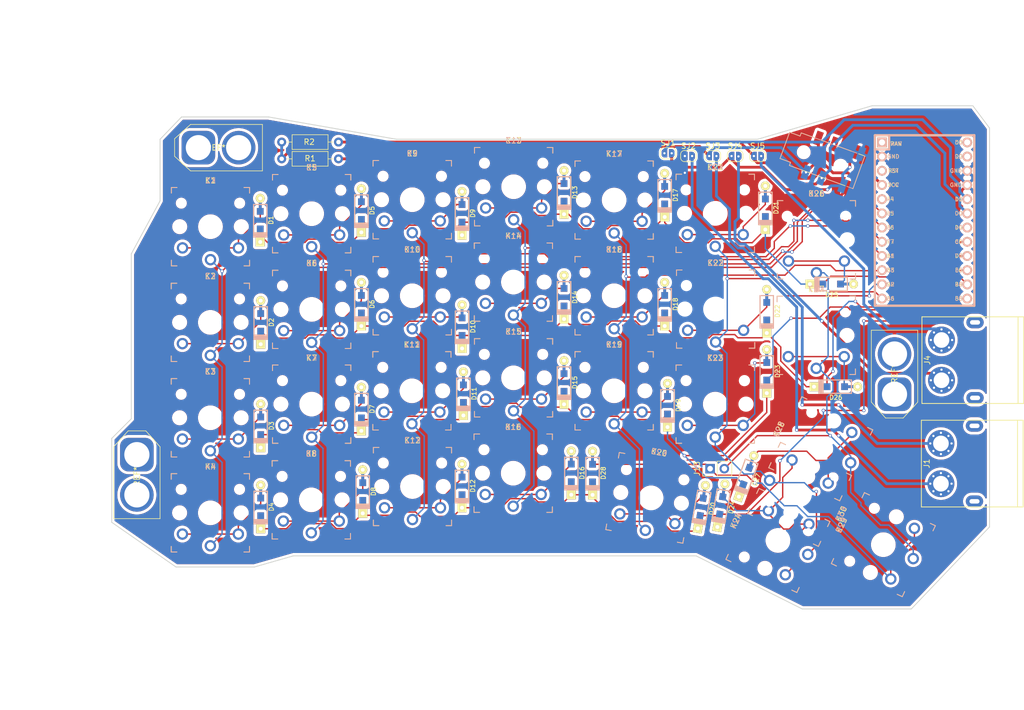
<source format=kicad_pcb>
(kicad_pcb (version 20211014) (generator pcbnew)
  (layers (0 "F.Cu" signal) (31 "B.Cu" signal) (34 "B.Paste" user) (35 "F.Paste" user) (36 "B.SilkS" user "B.Silkscreen") (37 "F.SilkS" user "F.Silkscreen") (38 "B.Mask" user) (39 "F.Mask" user) (44 "Edge.Cuts" user))
  (net 0 "")
  (net 1 "row0")
  (net 2 "Net-(D1-Pad2)")
  (net 3 "row1")
  (net 4 "Net-(D2-Pad2)")
  (net 5 "row2")
  (net 6 "Net-(D3-Pad2)")
  (net 7 "row3")
  (net 8 "Net-(D4-Pad2)")
  (net 9 "Net-(D5-Pad2)")
  (net 10 "Net-(D6-Pad2)")
  (net 11 "Net-(D7-Pad2)")
  (net 12 "Net-(D8-Pad2)")
  (net 13 "Net-(D9-Pad2)")
  (net 14 "Net-(D10-Pad2)")
  (net 15 "Net-(D11-Pad2)")
  (net 16 "Net-(D12-Pad2)")
  (net 17 "Net-(D13-Pad2)")
  (net 18 "Net-(D14-Pad2)")
  (net 19 "Net-(D15-Pad2)")
  (net 20 "Net-(D16-Pad2)")
  (net 21 "Net-(D17-Pad2)")
  (net 22 "Net-(D18-Pad2)")
  (net 23 "Net-(D19-Pad2)")
  (net 24 "Net-(D20-Pad2)")
  (net 25 "Net-(D21-Pad2)")
  (net 26 "Net-(D22-Pad2)")
  (net 27 "Net-(D23-Pad2)")
  (net 28 "Net-(D24-Pad2)")
  (net 29 "Net-(D25-Pad2)")
  (net 30 "Net-(D26-Pad2)")
  (net 31 "Net-(D27-Pad2)")
  (net 32 "VCC")
  (net 33 "ws2812di")
  (net 34 "GND")
  (net 35 "sda")
  (net 36 "scl")
  (net 37 "col0")
  (net 38 "col1")
  (net 39 "col2")
  (net 40 "col6")
  (net 41 "SCK")
  (net 42 "MISO")
  (net 43 "MOSI")
  (net 44 "RESET")
  (net 45 "sdaPM")
  (net 46 "RX")
  (net 47 "Net-(D28-Pad2)")
  (net 48 "/RAW")
  (net 49 "backlight")
  (net 52 "Net-(J1-Pad2)")
  (net 53 "Net-(J1-Pad1)")
  (net 54 "Net-(J4-Pad2)")
  (net 55 "Net-(J4-Pad1)")
  (footprint "footprints:D_SOD123_axial-dual" (layer "F.Cu") (at 97.345 64.77 90)
    (fp_text reference "D1")
    (fp_text value "D" hide)
  )
  (footprint "footprints:D_SOD123_axial-dual" (layer "F.Cu") (at 97.424884 83.05551 90)
    (fp_text reference "D2")
    (fp_text value "D" hide)
  )
  (footprint "footprints:D_SOD123_axial-dual" (layer "F.Cu") (at 97.424884 101.55551 90)
    (fp_text reference "D3")
    (fp_text value "D" hide)
  )
  (footprint "footprints:D_SOD123_axial-dual" (layer "F.Cu") (at 97.424884 116.05551 90)
    (fp_text reference "D4")
    (fp_text value "D" hide)
  )
  (footprint "footprints:D_SOD123_axial-dual" (layer "F.Cu") (at 115.424884 63.05551 90)
    (fp_text reference "D5")
    (fp_text value "D" hide)
  )
  (footprint "footprints:D_SOD123_axial-dual" (layer "F.Cu") (at 115.424884 79.80551 90)
    (fp_text reference "D6")
    (fp_text value "D" hide)
  )
  (footprint "footprints:D_SOD123_axial-dual" (layer "F.Cu") (at 115.424884 98.55551 90)
    (fp_text reference "D7")
    (fp_text value "D" hide)
  )
  (footprint "footprints:D_SOD123_axial-dual" (layer "F.Cu") (at 115.674884 113.30551 90)
    (fp_text reference "D8")
    (fp_text value "D" hide)
  )
  (footprint "footprints:D_SOD123_axial-dual" (layer "F.Cu") (at 133.424884 63.55551 90)
    (fp_text reference "D9")
    (fp_text value "D" hide)
  )
  (footprint "footprints:D_SOD123_axial-dual" (layer "F.Cu") (at 133.445 83.82 90)
    (fp_text reference "D10")
    (fp_text value "D" hide)
  )
  (footprint "footprints:D_SOD123_axial-dual" (layer "F.Cu") (at 133.674884 95.80551 90)
    (fp_text reference "D11")
    (fp_text value "D" hide)
  )
  (footprint "footprints:D_SOD123_axial-dual" (layer "F.Cu") (at 133.424884 112.30551 90)
    (fp_text reference "D12")
    (fp_text value "D" hide)
  )
  (footprint "footprints:D_SOD123_axial-dual" (layer "F.Cu") (at 151.674884 59.807198 90)
    (fp_text reference "D13")
    (fp_text value "D" hide)
  )
  (footprint "footprints:D_SOD123_axial-dual" (layer "F.Cu") (at 151.674884 78.55551 90)
    (fp_text reference "D14")
    (fp_text value "D" hide)
  )
  (footprint "footprints:D_SOD123_axial-dual" (layer "F.Cu") (at 151.674884 93.80551 90)
    (fp_text reference "D15")
    (fp_text value "D" hide)
  )
  (footprint "footprints:D_SOD123_axial-dual" (layer "F.Cu") (at 152.967978 109.982199 90)
    (fp_text reference "D16")
    (fp_text value "D" hide)
  )
  (footprint "footprints:D_SOD123_axial-dual" (layer "F.Cu") (at 169.674884 60.30551 90)
    (fp_text reference "D17")
    (fp_text value "D" hide)
  )
  (footprint "footprints:D_SOD123_axial-dual" (layer "F.Cu") (at 169.674884 79.80551 90)
    (fp_text reference "D18")
    (fp_text value "D" hide)
  )
  (footprint "footprints:D_SOD123_axial-dual" (layer "F.Cu") (at 170.18 97.88 90)
    (fp_text reference "D19")
    (fp_text value "D" hide)
  )
  (footprint "footprints:D_SOD123_axial-dual" (layer "F.Cu") (at 176.277978 116.057198 80)
    (fp_text reference "D20")
    (fp_text value "D" hide)
  )
  (footprint "footprints:D_SOD123_axial-dual" (layer "F.Cu") (at 187.674884 62.55551 90)
    (fp_text reference "D21")
    (fp_text value "D" hide)
  )
  (footprint "footprints:D_SOD123_axial-dual" (layer "F.Cu") (at 187.924884 81.05551 90)
    (fp_text reference "D22")
    (fp_text value "D" hide)
  )
  (footprint "footprints:D_SOD123_axial-dual" (layer "F.Cu") (at 187.924884 91.807198 90)
    (fp_text reference "D23")
    (fp_text value "D" hide)
  )
  (footprint "footprints:D_SOD123_axial-dual" (layer "F.Cu") (at 179.777978 115.807198 80)
    (fp_text reference "D24")
    (fp_text value "D" hide)
  )
  (footprint "footprints:D_SOD123_axial-dual" (layer "F.Cu") (at 199.55 76.2)
    (fp_text reference "D25")
    (fp_text value "D" hide)
  )
  (footprint "footprints:D_SOD123_axial-dual" (layer "F.Cu") (at 200.277978 94.557198)
    (fp_text reference "D26")
    (fp_text value "D" hide)
  )
  (footprint "footprints:D_SOD123_axial-dual" (layer "F.Cu") (at 184.277978 110.557198 70)
    (fp_text reference "D27")
    (fp_text value "D" hide)
  )
  (footprint "Connectors:PJ320D_3.5mm_Jack" (layer "F.Cu") (at 199.027771 54.262083 -20)
    (fp_text reference "J2" hide)
    (fp_text value "Audio-Jack-4" hide)
  )
  (footprint "footprints:Pro_Micro" (layer "F.Cu") (at 216.157978 63.307198)
    (fp_text reference "U1")
    (fp_text value "ProMicro" hide)
  )
  (footprint "Resistors_THT:R_Axial_DIN0207_L6.3mm_D2.5mm_P10.16mm_Horizontal" (layer "F.Cu") (at 101.177978 53.807198)
    (fp_text reference "R1")
    (fp_text value "4.7k")
  )
  (footprint "Resistors_THT:R_Axial_DIN0207_L6.3mm_D2.5mm_P10.16mm_Horizontal" (layer "F.Cu") (at 101.177978 50.807198)
    (fp_text reference "R2")
    (fp_text value "4.7k")
  )
  (footprint "Switches:SolderJumper-Double-2_P1.3mm_Open_RoundedPad1.0x1.5mm" (layer "F.Cu") (at 170.277978 52.807198)
    (fp_text reference "SJ1")
    (fp_text value "SOLDER_JUMPER")
  )
  (footprint "footprints:D_SOD123_axial-dual" (layer "F.Cu") (at 156.777978 110.007198 90)
    (fp_text reference "D28")
    (fp_text value "D" hide)
  )
  (footprint "Pin_Headers:Pin_Header_Straight_1x02_Pitch2.54mm" (layer "F.Cu") (at 177.8 109.22 90)
    (fp_text reference "J13")
    (fp_text value "Conn_01x02")
  )
  (footprint "keyswitches:SW_PG1350_reversible" (layer "F.Cu") (at 88.444288 65.937314)
    (fp_text reference "K1")
    (fp_text value "KEYSW")
  )
  (footprint "keyswitches:SW_PG1350_reversible" (layer "F.Cu") (at 88.424884 83.05551)
    (fp_text reference "K2")
    (fp_text value "KEYSW")
  )
  (footprint "keyswitches:SW_PG1350_reversible" (layer "F.Cu") (at 88.424884 100.115332)
    (fp_text reference "K3")
    (fp_text value "KEYSW")
  )
  (footprint "keyswitches:SW_PG1350_reversible" (layer "F.Cu") (at 88.424884 117.114736)
    (fp_text reference "K4")
    (fp_text value "KEYSW")
  )
  (footprint "keyswitches:SW_PG1350_reversible" (layer "F.Cu") (at 106.536582 63.615332)
    (fp_text reference "K5")
    (fp_text value "KEYSW")
  )
  (footprint "keyswitches:SW_PG1350_reversible" (layer "F.Cu") (at 106.536582 80.733528)
    (fp_text reference "K6")
    (fp_text value "KEYSW")
  )
  (footprint "keyswitches:SW_PG1350_reversible" (layer "F.Cu") (at 106.536582 97.674274)
    (fp_text reference "K7")
    (fp_text value "KEYSW")
  )
  (footprint "keyswitches:SW_PG1350_reversible" (layer "F.Cu") (at 106.477044 114.792754)
    (fp_text reference "K8")
    (fp_text value "KEYSW")
  )
  (footprint "keyswitches:SW_PG1350_reversible" (layer "F.Cu") (at 124.529204 61.114736)
    (fp_text reference "K9")
    (fp_text value "KEYSW")
  )
  (footprint "keyswitches:SW_PG1350_reversible" (layer "F.Cu") (at 124.529204 78.29247)
    (fp_text reference "K10")
    (fp_text value "KEYSW")
  )
  (footprint "keyswitches:SW_PG1350_reversible" (layer "F.Cu") (at 124.469666 95.292754)
    (fp_text reference "K11")
    (fp_text value "KEYSW")
  )
  (footprint "keyswitches:SW_PG1350_reversible" (layer "F.Cu") (at 124.569472 112.411234)
    (fp_text reference "K12")
    (fp_text value "KEYSW")
  )
  (footprint "keyswitches:SW_PG1350_reversible" (layer "F.Cu") (at 142.660172 58.792754)
    (fp_text reference "K13")
    (fp_text value "KEYSW")
  )
  (footprint "keyswitches:SW_PG1350_reversible" (layer "F.Cu") (at 142.621632 75.851412)
    (fp_text reference "K14")
    (fp_text value "KEYSW")
  )
  (footprint "keyswitches:SW_PG1350_reversible" (layer "F.Cu") (at 142.640902 92.970772)
    (fp_text reference "K15")
    (fp_text value "KEYSW")
  )
  (footprint "keyswitches:SW_PG1350_reversible" (layer "F.Cu") (at 142.581364 110.029714)
    (fp_text reference "K16")
    (fp_text value "KEYSW")
  )
  (footprint "keyswitches:SW_PG1350_reversible" (layer "F.Cu") (at 160.633524 61.174274)
    (fp_text reference "K17")
    (fp_text value "KEYSW")
  )
  (footprint "keyswitches:SW_PG1350_reversible" (layer "F.Cu") (at 160.633524 78.29247)
    (fp_text reference "K18")
    (fp_text value "KEYSW")
  )
  (footprint "keyswitches:SW_PG1350_reversible" (layer "F.Cu") (at 160.633524 95.292754)
    (fp_text reference "K19")
    (fp_text value "KEYSW")
  )
  (footprint "keyswitches:SW_PG1350_reversible" (layer "F.Cu") (at 167.242242 114.435526 -10)
    (fp_text reference "K20")
    (fp_text value "KEYSW")
  )
  (footprint "keyswitches:SW_PG1350_reversible" (layer "F.Cu") (at 178.71844 63.555794)
    (fp_text reference "K21")
    (fp_text value "KEYSW")
  )
  (footprint "keyswitches:SW_PG1350_reversible" (layer "F.Cu") (at 178.777978 80.67399)
    (fp_text reference "K22")
    (fp_text value "KEYSW")
  )
  (footprint "keyswitches:SW_PG1350_reversible" (layer "F.Cu") (at 178.71844 97.674274)
    (fp_text reference "K23")
    (fp_text value "KEYSW")
  )
  (footprint "keyswitches:SW_PG1350_reversible" (layer "F.Cu") (at 189.922378 122.057275 65)
    (fp_text reference "K24")
    (fp_text value "KEYSW")
  )
  (footprint "keyswitches:SW_PG1350_reversible" (layer "F.Cu") (at 196.818112 68.286256)
    (fp_text reference "K26")
    (fp_text value "KEYSW")
  )
  (footprint "keyswitches:SW_PG1350_reversible" (layer "F.Cu") (at 196.777978 85.377492)
    (fp_text reference "K27")
    (fp_text value "KEYSW")
  )
  (footprint "keyswitches:SW_PG1350_reversible" (layer "F.Cu") (at 197.58527 105.658818 65)
    (fp_text reference "K28")
    (fp_text value "KEYSW")
  )
  (footprint "Switches:SolderJumper-Double-2_P1.3mm_Open_RoundedPad1.0x1.5mm" (layer "F.Cu") (at 173.927978 53.307198)
    (fp_text reference "SJ2")
    (fp_text value "SOLDER_JUMPER")
  )
  (footprint "Connector_AMASS:AMASS_XT60-F_1x02_P7.20mm_Vertical" (layer "F.Cu") (at 86.277978 51.807198)
    (fp_text reference "REF**")
    (fp_text value "AMASS_XT60-F_1x02_P7.20mm_Vertical")
  )
  (footprint "Connector_AMASS:AMASS_XT60-F_1x02_P7.20mm_Vertical" (layer "F.Cu") (at 75.277978 106.707198 -90)
    (fp_text reference "REF**")
    (fp_text value "AMASS_XT60-F_1x02_P7.20mm_Vertical")
  )
  (footprint "Switches:SolderJumper-Double-2_P1.3mm_Open_RoundedPad1.0x1.5mm" (layer "F.Cu") (at 178.277978 53.307198)
    (fp_text reference "SJ3")
    (fp_text value "SOLDER_JUMPER")
  )
  (footprint "keyswitches:XT60PW" (layer "F.Cu") (at 219.077978 108.307198 -90)
    (fp_text reference "J1")
    (fp_text value "Conn_01x02")
  )
  (footprint "keyswitches:XT60PW" (layer "F.Cu") (at 219.177978 89.807198 -90)
    (fp_text reference "J4")
    (fp_text value "Conn_01x02")
  )
  (footprint "keyswitches:SW_PG1350_reversible" (layer "F.Cu") (at 193.777978 113.807198 -115)
    (fp_text reference "K30")
    (fp_text value "KEYSW")
  )
  (footprint "Switches:SolderJumper-Double-2_P1.3mm_Open_RoundedPad1.0x1.5mm" (layer "F.Cu") (at 182.277978 53.307198)
    (fp_text reference "SJ4")
    (fp_text value "SOLDER_JUMPER")
  )
  (footprint "keyswitches:SW_PG1350_reversible" (layer "F.Cu") (at 208.777978 122.807198 65)
    (fp_text reference "K29")
    (fp_text value "KEYSW")
  )
  (footprint "Switches:SolderJumper-Double-2_P1.3mm_Open_RoundedPad1.0x1.5mm" (layer "F.Cu") (at 186.277978 53.307198)
    (fp_text reference "SJ5")
    (fp_text value "SOLDER_JUMPER")
  )
  (footprint "Connector_AMASS:AMASS_XT60-F_1x02_P7.20mm_Vertical" (layer "F.Cu") (at 210.777978 95.907198 90)
    (fp_text reference "REF**")
    (fp_text value "AMASS_XT60-F_1x02_P7.20mm_Vertical")
  )
  (footprint "Connectors:PJ320D_3.5mm_Jack" (layer "B.Cu") (at 199.027771 54.262083 -20)
    (fp_text reference "J3" hide)
    (fp_text value "Audio-Jack-4" hide)
  )
  (gr_line (start 70.777978 103.807198) (end 74.277978 100.307198) (layer "Edge.Cuts") (width 0.15))
  (gr_line (start 70.777978 118.807198) (end 70.777978 103.807198) (layer "Edge.Cuts") (width 0.15))
  (gr_line (start 175.277978 124.807198) (end 194.277978 134.307198) (layer "Edge.Cuts") (width 0.15))
  (gr_line (start 82.277978 126.80348) (end 96.277978 126.807198) (layer "Edge.Cuts") (width 0.15))
  (gr_line (start 74.277978 70.807198) (end 74.277978 100.307198) (layer "Edge.Cuts") (width 0.15))
  (gr_line (start 83.277978 46.307198) (end 79.43 50.307198) (layer "Edge.Cuts") (width 0.15))
  (gr_line (start 194.277978 134.307198) (end 213.777978 134.307198) (layer "Edge.Cuts") (width 0.15))
  (gr_line (start 227.777978 119.632028) (end 227.777978 48.307198) (layer "Edge.Cuts") (width 0.15))
  (gr_line (start 70.777978 118.807198) (end 82.277978 126.80348) (layer "Edge.Cuts") (width 0.15))
  (gr_line (start 224.777978 44.307198) (end 227.777978 48.307198) (layer "Edge.Cuts") (width 0.15))
  (gr_line (start 186.277978 50.307198) (end 206.777978 44.307198) (layer "Edge.Cuts") (width 0.15))
  (gr_line (start 96.277978 126.807198) (end 103.277978 124.807198) (layer "Edge.Cuts") (width 0.15))
  (gr_line (start 175.277978 124.807198) (end 103.277978 124.807198) (layer "Edge.Cuts") (width 0.15))
  (gr_line (start 79.43 50.307198) (end 79.43 61.307198) (layer "Edge.Cuts") (width 0.15))
  (gr_line (start 74.277978 70.807198) (end 79.43 61.307198) (layer "Edge.Cuts") (width 0.15))
  (gr_line (start 98.777978 46.307198) (end 83.277978 46.307198) (layer "Edge.Cuts") (width 0.15))
  (gr_line (start 206.777978 44.307198) (end 224.777978 44.307198) (layer "Edge.Cuts") (width 0.15))
  (gr_line (start 121.705 50.307198) (end 98.777978 46.307198) (layer "Edge.Cuts") (width 0.15))
  (gr_line (start 186.277978 50.307198) (end 121.705 50.307198) (layer "Edge.Cuts") (width 0.15))
  (gr_line (start 213.777978 134.307198) (end 227.777978 119.632028) (layer "Edge.Cuts") (width 0.15))
  (segment (start 133.424884 65.13051) (end 140.326646 65.13051) (width 0.25) (layer "F.Cu") (net 1))
  (segment (start 115.424884 64.63051) (end 117.101572 66.307198) (width 0.25) (layer "F.Cu") (net 1))
  (segment (start 97.345 67.47) (end 98.630843 68.755843) (width 0.25) (layer "F.Cu") (net 1))
  (segment (start 117.101572 66.307198) (end 123.340972 66.307198) (width 0.25) (layer "F.Cu") (net 1))
  (segment (start 146.904045 63.933265) (end 148.947129 63.933265) (width 0.25) (layer "F.Cu") (net 1))
  (segment (start 155.078265 66.314785) (end 159.497243 66.314785) (width 0.25) (layer "F.Cu") (net 1))
  (segment (start 185.323196 68.807198) (end 187.674884 66.45551) (width 0.25) (layer "F.Cu") (net 1))
  (segment (start 128.145005 65.674225) (end 128.726027 66.255247) (width 0.25) (layer "F.Cu") (net 1))
  (segment (start 110.145601 68.174821) (end 110.726623 68.755843) (width 0.25) (layer "F.Cu") (net 1))
  (segment (start 207.925774 74.807198) (end 208.040585 74.922009) (width 0.25) (layer "F.Cu") (net 1))
  (segment (start 208.040585 74.922009) (end 216.283167 74.922009) (width 0.25) (layer "F.Cu") (net 1))
  (segment (start 142.104913 63.352243) (end 146.323023 63.352243) (width 0.25) (layer "F.Cu") (net 1))
  (segment (start 222.563978 68.641198) (end 223.777978 68.641198) (width 0.25) (layer "F.Cu") (net 1))
  (segment (start 151.674884 63.707198) (end 152.470678 63.707198) (width 0.25) (layer "F.Cu") (net 1))
  (segment (start 110.726623 68.755843) (end 113.624551 68.755843) (width 0.25) (layer "F.Cu") (net 1))
  (segment (start 164.285565 66.314785) (end 167.565609 66.314785) (width 0.25) (layer "F.Cu") (net 1))
  (segment (start 167.565609 66.314785) (end 169.674884 64.20551) (width 0.25) (layer "F.Cu") (net 1))
  (segment (start 146.323023 63.352243) (end 146.904045 63.933265) (width 0.25) (layer "F.Cu") (net 1))
  (segment (start 132.300147 66.255247) (end 133.424884 65.13051) (width 0.25) (layer "F.Cu") (net 1))
  (segment (start 123.340972 66.307198) (end 123.973945 65.674225) (width 0.25) (layer "F.Cu") (net 1))
  (segment (start 149.173196 63.707198) (end 151.674884 63.707198) (width 0.25) (layer "F.Cu") (net 1))
  (segment (start 105.910355 68.174821) (end 110.145601 68.174821) (width 0.25) (layer "F.Cu") (net 1))
  (segment (start 152.470678 63.707198) (end 155.078265 66.314785) (width 0.25) (layer "F.Cu") (net 1))
  (segment (start 98.630843 68.755843) (end 105.329333 68.755843) (width 0.25) (layer "F.Cu") (net 1))
  (segment (start 123.973945 65.674225) (end 128.145005 65.674225) (width 0.25) (layer "F.Cu") (net 1))
  (segment (start 197.975 76.2) (end 199.367802 74.807198) (width 0.25) (layer "F.Cu") (net 1))
  (segment (start 183.274074 68.807198) (end 185.323196 68.807198) (width 0.25) (layer "F.Cu") (net 1))
  (segment (start 169.674884 65.208008) (end 173.274074 68.807198) (width 0.25) (layer "F.Cu") (net 1))
  (segment (start 159.497243 66.314785) (end 160.078265 65.733763) (width 0.25) (layer "F.Cu") (net 1))
  (segment (start 169.674884 64.20551) (end 169.674884 65.208008) (width 0.25) (layer "F.Cu") (net 1))
  (segment (start 173.274074 68.807198) (end 177.471266 68.807198) (width 0.25) (layer "F.Cu") (net 1))
  (segment (start 199.367802 74.807198) (end 207.925774 74.807198) (width 0.25) (layer "F.Cu") (net 1))
  (segment (start 140.326646 65.13051) (end 142.104913 63.352243) (width 0.25) (layer "F.Cu") (net 1))
  (segment (start 105.329333 68.755843) (end 105.910355 68.174821) (width 0.25) (layer "F.Cu") (net 1))
  (segment (start 160.078265 65.733763) (end 163.704543 65.733763) (width 0.25) (layer "F.Cu") (net 1))
  (segment (start 128.726027 66.255247) (end 132.300147 66.255247) (width 0.25) (layer "F.Cu") (net 1))
  (segment (start 148.947129 63.933265) (end 149.173196 63.707198) (width 0.25) (layer "F.Cu") (net 1))
  (segment (start 178.163181 68.115283) (end 182.582159 68.115283) (width 0.25) (layer "F.Cu") (net 1))
  (segment (start 177.471266 68.807198) (end 178.163181 68.115283) (width 0.25) (layer "F.Cu") (net 1))
  (segment (start 216.283167 74.922009) (end 222.563978 68.641198) (width 0.25) (layer "F.Cu") (net 1))
  (segment (start 113.624551 68.755843) (end 115.424884 66.95551) (width 0.25) (layer "F.Cu") (net 1))
  (segment (start 163.704543 65.733763) (end 164.285565 66.314785) (width 0.25) (layer "F.Cu") (net 1))
  (segment (start 182.582159 68.115283) (end 183.274074 68.807198) (width 0.25) (layer "F.Cu") (net 1))
  (segment (start 187.674884 66.45551) (end 187.674884 69.838798) (width 0.25) (layer "B.Cu") (net 1))
  (segment (start 194.036086 76.2) (end 195.65 76.2) (width 0.25) (layer "B.Cu") (net 1))
  (segment (start 187.674884 69.838798) (end 194.036086 76.2) (width 0.25) (layer "B.Cu") (net 1))
  (segment (start 97.345 64.399762) (end 97.345 63.195) (width 0.25) (layer "F.Cu") (net 2))
  (segment (start 83.444288 69.737314) (end 93.444288 69.737314) (width 0.25) (layer "F.Cu") (net 2))
  (segment (start 93.444288 68.300474) (end 97.345 64.399762) (width 0.25) (layer "F.Cu") (net 2))
  (segment (start 93.444288 69.737314) (end 93.444288 68.300474) (width 0.25) (layer "F.Cu") (net 2))
  (segment (start 198.702978 92.882198) (end 199.777978 91.807198) (width 0.25) (layer "F.Cu") (net 3))
  (segment (start 187.924884 84.95551) (end 190.437467 87.468093) (width 0.25) (layer "F.Cu") (net 3))
  (segment (start 190.437467 87.468093) (end 190.437467 89.966687) (width 0.25) (layer "F.Cu") (net 3))
  (segment (start 190.437467 89.966687) (end 195.027978 94.557198) (width 0.25) (layer "F.Cu") (net 3))
  (segment (start 123.973945 82.851959) (end 128.322739 82.851959) (width 0.25) (layer "F.Cu") (net 3))
  (segment (start 164.452482 82.807198) (end 165.350794 83.70551) (width 0.25) (layer "F.Cu") (net 3))
  (segment (start 151.674884 82.45551) (end 152.652355 83.432981) (width 0.25) (layer "F.Cu") (net 3))
  (segment (start 98.668413 85.874039) (end 105.386987 85.874039) (width 0.25) (layer "F.Cu") (net 3))
  (segment (start 187.065893 85.814501) (end 187.924884 84.95551) (width 0.25) (layer "F.Cu") (net 3))
  (segment (start 133.445 85.395) (end 148.735394 85.395) (width 0.25) (layer "F.Cu") (net 3))
  (segment (start 195.027978 94.557198) (end 196.377978 94.557198) (width 0.25) (layer "F.Cu") (net 3))
  (segment (start 182.785281 85.814501) (end 187.065893 85.814501) (width 0.25) (layer "F.Cu") (net 3))
  (segment (start 165.350794 83.70551) (end 169.674884 83.70551) (width 0.25) (layer "F.Cu") (net 3))
  (segment (start 152.652355 83.432981) (end 159.497243 83.432981) (width 0.25) (layer "F.Cu") (net 3))
  (segment (start 148.735394 85.395) (end 151.674884 82.45551) (width 0.25) (layer "F.Cu") (net 3))
  (segment (start 160.123026 82.807198) (end 164.452482 82.807198) (width 0.25) (layer "F.Cu") (net 3))
  (segment (start 178.222719 85.233479) (end 182.204259 85.233479) (width 0.25) (layer "F.Cu") (net 3))
  (segment (start 113.256355 85.874039) (end 115.424884 83.70551) (width 0.25) (layer "F.Cu") (net 3))
  (segment (start 97.424884 84.63051) (end 98.668413 85.874039) (width 0.25) (layer "F.Cu") (net 3))
  (segment (start 177.641697 85.814501) (end 178.222719 85.233479) (width 0.25) (layer "F.Cu") (net 3))
  (segment (start 212.198703 80.307198) (end 221.324703 71.181198) (width 0.25) (layer "F.Cu") (net 3))
  (segment (start 115.424884 83.70551) (end 123.120394 83.70551) (width 0.25) (layer "F.Cu") (net 3))
  (segment (start 130.86578 85.395) (end 133.445 85.395) (width 0.25) (layer "F.Cu") (net 3))
  (segment (start 198.702978 94.557198) (end 198.702978 92.882198) (width 0.25) (layer "F.Cu") (net 3))
  (segment (start 110.844819 85.874039) (end 113.256355 85.874039) (width 0.25) (layer "F.Cu") (net 3))
  (segment (start 182.204259 85.233479) (end 182.785281 85.814501) (width 0.25) (layer "F.Cu") (net 3))
  (segment (start 221.324703 71.181198) (end 223.777978 71.181198) (width 0.25) (layer "F.Cu") (net 3))
  (segment (start 159.497243 83.432981) (end 160.123026 82.807198) (width 0.25) (layer "F.Cu") (net 3))
  (segment (start 204.777978 80.307198) (end 212.198703 80.307198) (width 0.25) (layer "F.Cu") (net 3))
  (segment (start 128.322739 82.851959) (end 130.86578 85.395) (width 0.25) (layer "F.Cu") (net 3))
  (segment (start 105.968009 85.293017) (end 110.263797 85.293017) (width 0.25) (layer "F.Cu") (net 3))
  (segment (start 171.783875 85.814501) (end 177.641697 85.814501) (width 0.25) (layer "F.Cu") (net 3))
  (segment (start 110.263797 85.293017) (end 110.844819 85.874039) (width 0.25) (layer "F.Cu") (net 3))
  (segment (start 203.777978 79.307198) (end 204.777978 80.307198) (width 0.25) (layer "F.Cu") (net 3))
  (segment (start 169.674884 83.70551) (end 171.783875 85.814501) (width 0.25) (layer "F.Cu") (net 3))
  (segment (start 105.386987 85.874039) (end 105.968009 85.293017) (width 0.25) (layer "F.Cu") (net 3))
  (segment (start 123.120394 83.70551) (end 123.973945 82.851959) (width 0.25) (layer "F.Cu") (net 3))
  (via (at 199.777978 91.807198) (size 0.6) (drill 0.4) (layers "F.Cu" "B.Cu") (net 3))
  (via (at 203.777978 79.307198) (size 0.6) (drill 0.4) (layers "F.Cu" "B.Cu") (net 3))
  (segment (start 199.777978 91.807198) (end 199.777978 82.167378) (width 0.25) (layer "B.Cu") (net 3))
  (segment (start 199.777978 82.167378) (end 202.638158 79.307198) (width 0.25) (layer "B.Cu") (net 3))
  (segment (start 202.638158 79.307198) (end 203.777978 79.307198) (width 0.25) (layer "B.Cu") (net 3))
  (segment (start 83.424884 86.85551) (end 93.424884 86.85551) (width 0.25) (layer "F.Cu") (net 4))
  (segment (start 97.424884 82.85551) (end 97.424884 81.48051) (width 0.25) (layer "F.Cu") (net 4))
  (segment (start 93.424884 86.85551) (end 97.424884 82.85551) (width 0.25) (layer "F.Cu") (net 4))
  (segment (start 133.674884 99.70551) (end 132.947129 100.433265) (width 0.25) (layer "F.Cu") (net 5))
  (segment (start 220.363978 73.721198) (end 223.777978 73.721198) (width 0.25) (layer "F.Cu") (net 5))
  (segment (start 161.323023 99.852243) (end 157.232933 99.852243) (width 0.25) (layer "F.Cu") (net 5))
  (segment (start 139.054915 97.530261) (end 138.473893 98.111283) (width 0.25) (layer "F.Cu") (net 5))
  (segment (start 202.358271 80.307671) (end 202.857798 80.807198) (width 0.25) (layer "F.Cu") (net 5))
  (segment (start 180.210425 106.878059) (end 173.207117 106.878059) (width 0.25) (layer "F.Cu") (net 5))
  (segment (start 115.727639 100.433265) (end 115.424884 100.13051) (width 0.25) (layer "F.Cu") (net 5))
  (segment (start 202.857798 80.807198) (end 213.277978 80.807198) (width 0.25) (layer "F.Cu") (net 5))
  (segment (start 151.674884 97.70551) (end 151.170756 98.209638) (width 0.25) (layer "F.Cu") (net 5))
  (segment (start 151.170756 98.209638) (end 143.875538 98.209638) (width 0.25) (layer "F.Cu") (net 5))
  (segment (start 123.232933 99.852243) (end 122.651911 100.433265) (width 0.25) (layer "F.Cu") (net 5))
  (segment (start 122.651911 100.433265) (end 115.727639 100.433265) (width 0.25) (layer "F.Cu") (net 5))
  (segment (start 143.196161 97.530261) (end 139.054915 97.530261) (width 0.25) (layer "F.Cu") (net 5))
  (segment (start 102.954666 103.13051) (end 97.424884 103.13051) (width 0.25) (layer "F.Cu") (net 5))
  (segment (start 197.277978 82.307198) (end 199.277505 80.307671) (width 0.25) (layer "F.Cu") (net 5))
  (segment (start 138.473893 98.111283) (end 134.405657 98.111283) (width 0.25) (layer "F.Cu") (net 5))
  (segment (start 134.405657 98.111283) (end 133.674884 97.38051) (width 0.25) (layer "F.Cu") (net 5))
  (segment (start 108.285565 102.814785) (end 107.704543 102.233763) (width 0.25) (layer "F.Cu") (net 5))
  (segment (start 187.924884 99.1636) (end 180.210425 106.878059) (width 0.25) (layer "F.Cu") (net 5))
  (segment (start 213.277978 80.807198) (end 220.363978 73.721198) (width 0.25) (layer "F.Cu") (net 5))
  (segment (start 127.904045 100.433265) (end 127.323023 99.852243) (width 0.25) (layer "F.Cu") (net 5))
  (segment (start 199.277505 80.307671) (end 202.358271 80.307671) (width 0.25) (layer "F.Cu") (net 5))
  (segment (start 192.277978 82.307198) (end 197.277978 82.307198) (width 0.25) (layer "F.Cu") (net 5))
  (segment (start 157.232933 99.852243) (end 156.651911 100.433265) (width 0.25) (layer "F.Cu") (net 5))
  (segment (start 115.424884 102.45551) (end 115.065609 102.814785) (width 0.25) (layer "F.Cu") (net 5))
  (segment (start 103.851413 102.233763) (end 102.954666 103.13051) (width 0.25) (layer "F.Cu") (net 5))
  (segment (start 154.402639 100.433265) (end 151.674884 97.70551) (width 0.25) (layer "F.Cu") (net 5))
  (segment (start 107.704543 102.233763) (end 103.851413 102.233763) (width 0.25) (layer "F.Cu") (net 5))
  (segment (start 187.924884 95.707198) (end 187.924884 99.1636) (width 0.25) (layer "F.Cu") (net 5))
  (segment (start 161.904045 100.433265) (end 161.323023 99.852243) (width 0.25) (layer "F.Cu") (net 5))
  (segment (start 127.323023 99.852243) (end 123.232933 99.852243) (width 0.25) (layer "F.Cu") (net 5))
  (segment (start 132.947129 100.433265) (end 127.904045 100.433265) (width 0.25) (layer "F.Cu") (net 5))
  (segment (start 156.651911 100.433265) (end 154.402639 100.433265) (width 0.25) (layer "F.Cu") (net 5))
  (segment (start 169.201735 100.433265) (end 161.904045 100.433265) (width 0.25) (layer "F.Cu") (net 5))
  (segment (start 115.065609 102.814785) (end 108.285565 102.814785) (width 0.25) (layer "F.Cu") (net 5))
  (segment (start 170.18 99.455) (end 169.201735 100.433265) (width 0.25) (layer "F.Cu") (net 5))
  (segment (start 143.875538 98.209638) (end 143.196161 97.530261) (width 0.25) (layer "F.Cu") (net 5))
  (via (at 192.277978 82.307198) (size 0.6) (drill 0.4) (layers "F.Cu" "B.Cu") (net 5))
  (via (at 173.207117 106.878059) (size 0.6) (drill 0.4) (layers "F.Cu" "B.Cu") (net 5))
  (segment (start 189.049395 92.257687) (end 189.049395 85.535781) (width 0.25) (layer "B.Cu") (net 5))
  (segment (start 177.170995 110.841937) (end 182.544019 110.841937) (width 0.25) (layer "B.Cu") (net 5))
  (segment (start 170.18 103.850942) (end 173.207117 106.878059) (width 0.25) (layer "B.Cu") (net 5))
  (segment (start 189.049395 85.535781) (end 192.277978 82.307198) (width 0.25) (layer "B.Cu") (net 5))
  (segment (start 173.207117 106.878059) (end 177.170995 110.841937) (width 0.25) (layer "B.Cu") (net 5))
  (segment (start 182.544019 110.841937) (end 183.739296 112.037214) (width 0.25) (layer "B.Cu") (net 5))
  (segment (start 170.18 101.78) (end 170.18 103.850942) (width 0.25) (layer "B.Cu") (net 5))
  (segment (start 187.924884 93.382198) (end 189.049395 92.257687) (width 0.25) (layer "B.Cu") (net 5))
  (segment (start 93.424884 103.915332) (end 97.359706 99.98051) (width 0.25) (layer "F.Cu") (net 6))
  (segment (start 97.359706 99.98051) (end 97.424884 99.98051) (width 0.25) (layer "F.Cu") (net 6))
  (segment (start 83.424884 103.915332) (end 93.424884 103.915332) (width 0.25) (layer "F.Cu") (net 6))
  (segment (start 198.059749 98.807198) (end 205.277978 98.807198) (width 0.25) (layer "F.Cu") (net 7))
  (segment (start 140.409798 116.20551) (end 142.026105 114.589203) (width 0.25) (layer "F.Cu") (net 7))
  (segment (start 142.026105 114.589203) (end 146.445083 114.589203) (width 0.25) (layer "F.Cu") (net 7))
  (segment (start 112.947129 119.933265) (end 110.921785 119.933265) (width 0.25) (layer "F.Cu") (net 7))
  (segment (start 156.777978 114.324963) (end 161.103081 118.650066) (width 0.25) (layer "F.Cu") (net 7))
  (segment (start 133.424884 116.20551) (end 140.409798 116.20551) (width 0.25) (layer "F.Cu") (net 7))
  (segment (start 116.021119 117.551745) (end 115.674884 117.20551) (width 0.25) (layer "F.Cu") (net 7))
  (segment (start 115.674884 117.20551) (end 112.947129 119.933265) (width 0.25) (layer "F.Cu") (net 7))
  (segment (start 205.277978 82.807198) (end 212.277978 82.807198) (width 0.25) (layer "F.Cu") (net 7))
  (segment (start 212.277978 82.807198) (end 220.037978 75.047198) (width 0.25) (layer "F.Cu") (net 7))
  (segment (start 161.103081 118.650066) (end 169.120846 118.650066) (width 0.25) (layer "F.Cu") (net 7))
  (segment (start 147.026105 115.170225) (end 151.679952 115.170225) (width 0.25) (layer "F.Cu") (net 7))
  (segment (start 179.254482 117.60827) (end 179.504482 117.35827) (width 0.25) (layer "F.Cu") (net 7))
  (segment (start 152.967978 113.882199) (end 156.752979 113.882199) (width 0.25) (layer "F.Cu") (net 7))
  (segment (start 110.921785 119.933265) (end 110.030794 119.042274) (width 0.25) (layer "F.Cu") (net 7))
  (segment (start 102.923294 119.042274) (end 102.010058 119.95551) (width 0.25) (layer "F.Cu") (net 7))
  (segment (start 179.504482 117.35827) (end 184.282012 117.35827) (width 0.25) (layer "F.Cu") (net 7))
  (segment (start 176.004482 117.60827) (end 179.254482 117.60827) (width 0.25) (layer "F.Cu") (net 7))
  (segment (start 146.445083 114.589203) (end 147.026105 115.170225) (width 0.25) (layer "F.Cu") (net 7))
  (segment (start 125.909983 117.755975) (end 125.124731 116.970723) (width 0.25) (layer "F.Cu") (net 7))
  (segment (start 133.424884 116.20551) (end 131.874419 117.755975) (width 0.25) (layer "F.Cu") (net 7))
  (segment (start 220.037978 75.047198) (end 222.563978 75.047198) (width 0.25) (layer "F.Cu") (net 7))
  (segment (start 110.030794 119.042274) (end 102.923294 119.042274) (width 0.25) (layer "F.Cu") (net 7))
  (segment (start 175.112151 120.386547) (end 175.60075 119.897948) (width 0.25) (layer "F.Cu") (net 7))
  (segment (start 151.679952 115.170225) (end 152.967978 113.882199) (width 0.25) (layer "F.Cu") (net 7))
  (segment (start 184.282012 117.35827) (end 190.277978 111.362304) (width 0.25) (layer "F.Cu") (net 7))
  (segment (start 121.114453 116.970723) (end 120.533431 117.551745) (width 0.25) (layer "F.Cu") (net 7))
  (segment (start 156.752979 113.882199) (end 156.777978 113.907198) (width 0.25) (layer "F.Cu") (net 7))
  (segment (start 190.277978 111.362304) (end 190.277978 107.807198) (width 0.25) (layer "F.Cu") (net 7))
  (segment (start 102.010058 119.95551) (end 97.424884 119.95551) (width 0.25) (layer "F.Cu") (net 7))
  (segment (start 169.120846 118.650066) (end 170.857327 120.386547) (width 0.25) (layer "F.Cu") (net 7))
  (segment (start 125.124731 116.970723) (end 121.114453 116.970723) (width 0.25) (layer "F.Cu") (net 7))
  (segment (start 131.874419 117.755975) (end 125.909983 117.755975) (width 0.25) (layer "F.Cu") (net 7))
  (segment (start 170.857327 120.386547) (end 175.112151 120.386547) (width 0.25) (layer "F.Cu") (net 7))
  (segment (start 156.777978 113.907198) (end 156.777978 114.324963) (width 0.25) (layer "F.Cu") (net 7))
  (segment (start 222.563978 75.047198) (end 223.777978 76.261198) (width 0.25) (layer "F.Cu") (net 7))
  (segment (start 120.533431 117.551745) (end 116.021119 117.551745) (width 0.25) (layer "F.Cu") (net 7))
  (via (at 205.277978 82.807198) (size 0.6) (drill 0.4) (layers "F.Cu" "B.Cu") (net 7))
  (via (at 198.059749 98.807198) (size 0.6) (drill 0.4) (layers "F.Cu" "B.Cu") (net 7))
  (via (at 205.277978 98.807198) (size 0.6) (drill 0.4) (layers "F.Cu" "B.Cu") (net 7))
  (via (at 190.277978 107.807198) (size 0.6) (drill 0.4) (layers "F.Cu" "B.Cu") (net 7))
  (segment (start 198.059749 100.025427) (end 190.277978 107.807198) (width 0.25) (layer "B.Cu") (net 7))
  (segment (start 205.302489 98.782687) (end 205.302489 82.831709) (width 0.25) (layer "B.Cu") (net 7))
  (segment (start 205.277978 98.807198) (end 205.302489 98.782687) (width 0.25) (layer "B.Cu") (net 7))
  (segment (start 205.302489 82.831709) (end 205.277978 82.807198) (width 0.25) (layer "B.Cu") (net 7))
  (segment (start 198.059749 98.807198) (end 198.059749 100.025427) (width 0.25) (layer "B.Cu") (net 7))
  (segment (start 83.424884 120.914736) (end 93.424884 120.914736) (width 0.25) (layer "F.Cu") (net 8))
  (segment (start 93.424884 119.477896) (end 97.424884 115.477896) (width 0.25) (layer "F.Cu") (net 8))
  (segment (start 97.424884 115.477896) (end 97.424884 114.48051) (width 0.25) (layer "F.Cu") (net 8))
  (segment (start 93.424884 120.914736) (end 93.424884 119.477896) (width 0.25) (layer "F.Cu") (net 8))
  (segment (start 111.536582 67.415332) (end 111.536582 65.978492) (width 0.25) (layer "F.Cu") (net 9))
  (segment (start 101.536582 67.415332) (end 111.536582 67.415332) (width 0.25) (layer "F.Cu") (net 9))
  (segment (start 111.536582 65.978492) (end 115.424884 62.09019) (width 0.25) (layer "F.Cu") (net 9))
  (segment (start 115.424884 62.09019) (end 115.424884 61.48051) (width 0.25) (layer "F.Cu") (net 9))
  (segment (start 111.536582 84.533528) (end 111.536582 83.096688) (width 0.25) (layer "F.Cu") (net 10))
  (segment (start 115.424884 79.208386) (end 115.424884 78.23051) (width 0.25) (layer "F.Cu") (net 10))
  (segment (start 111.536582 83.096688) (end 115.424884 79.208386) (width 0.25) (layer "F.Cu") (net 10))
  (segment (start 101.536582 84.533528) (end 111.536582 84.533528) (width 0.25) (layer "F.Cu") (net 10))
  (segment (start 101.536582 101.474274) (end 111.536582 101.474274) (width 0.25) (layer "F.Cu") (net 11))
  (segment (start 115.424884 97.585972) (end 115.424884 96.98051) (width 0.25) (layer "F.Cu") (net 11))
  (segment (start 111.536582 101.474274) (end 115.424884 97.585972) (width 0.25) (layer "F.Cu") (net 11))
  (segment (start 101.477044 118.592754) (end 111.477044 118.592754) (width 0.25) (layer "F.Cu") (net 12))
  (segment (start 111.477044 118.592754) (end 111.477044 117.155914) (width 0.25) (layer "F.Cu") (net 12))
  (segment (start 115.674884 112.958074) (end 115.674884 111.73051) (width 0.25) (layer "F.Cu") (net 12))
  (segment (start 111.477044 117.155914) (end 115.674884 112.958074) (width 0.25) (layer "F.Cu") (net 12))
  (segment (start 129.529204 64.914736) (end 132.46343 61.98051) (width 0.25) (layer "F.Cu") (net 13))
  (segment (start 132.46343 61.98051) (end 133.424884 61.98051) (width 0.25) (layer "F.Cu") (net 13))
  (segment (start 119.529204 64.914736) (end 129.529204 64.914736) (width 0.25) (layer "F.Cu") (net 13))
  (segment (start 119.529204 82.09247) (end 129.529204 82.09247) (width 0.25) (layer "F.Cu") (net 14))
  (segment (start 129.529204 82.09247) (end 133.29247 82.09247) (width 0.25) (layer "F.Cu") (net 14))
  (segment (start 133.29247 82.09247) (end 133.445 82.245) (width 0.25) (layer "F.Cu") (net 14))
  (segment (start 129.469666 99.092754) (end 133.674884 94.887536) (width 0.25) (layer "F.Cu") (net 15))
  (segment (start 133.674884 94.887536) (end 133.674884 94.23051) (width 0.25) (layer "F.Cu") (net 15))
  (segment (start 119.469666 99.092754) (end 129.469666 99.092754) (width 0.25) (layer "F.Cu") (net 15))
  (segment (start 119.569472 116.211234) (end 129.569472 116.211234) (width 0.25) (layer "F.Cu") (net 16))
  (segment (start 129.569472 114.774394) (end 133.424884 110.918982) (width 0.25) (layer "F.Cu") (net 16))
  (segment (start 129.569472 116.211234) (end 129.569472 114.774394) (width 0.25) (layer "F.Cu") (net 16))
  (segment (start 133.424884 110.918982) (end 133.424884 110.73051) (width 0.25) (layer "F.Cu") (net 16))
  (segment (start 137.660172 62.592754) (end 147.660172 62.592754) (width 0.25) (layer "F.Cu") (net 17))
  (segment (start 150.583888 58.232198) (end 151.674884 58.232198) (width 0.25) (layer "F.Cu") (net 17))
  (segment (start 147.660172 62.592754) (end 147.660172 61.155914) (width 0.25) (layer "F.Cu") (net 17))
  (segment (start 147.660172 61.155914) (end 150.583888 58.232198) (width 0.25) (layer "F.Cu") (net 17))
  (segment (start 151.674884 57.141202) (end 151.674884 55.73051) (width 0.25) (layer "F.Cu") (net 17))
  (segment (start 150.292534 76.98051) (end 151.674884 76.98051) (width 0.25) (layer "F.Cu") (net 18))
  (segment (start 147.621632 79.651412) (end 150.292534 76.98051) (width 0.25) (layer "F.Cu") (net 18))
  (segment (start 137.621632 79.651412) (end 147.621632 79.651412) (width 0.25) (layer "F.Cu") (net 18))
  (segment (start 151.674884 92.73679) (end 151.674884 92.23051) (width 0.25) (layer "F.Cu") (net 19))
  (segment (start 147.640902 96.770772) (end 151.674884 92.73679) (width 0.25) (layer "F.Cu") (net 19))
  (segment (start 137.640902 96.770772) (end 147.640902 96.770772) (width 0.25) (layer "F.Cu") (net 19))
  (segment (start 152.967978 108.4431) (end 152.967978 108.407199) (width 0.25) (layer "F.Cu") (net 20))
  (segment (start 147.581364 113.829714) (end 152.967978 108.4431) (width 0.25) (layer "F.Cu") (net 20))
  (segment (start 137.581364 113.829714) (end 147.581364 113.829714) (width 0.25) (layer "F.Cu") (net 20))
  (segment (start 169.674884 59.496074) (end 169.674884 58.73051) (width 0.25) (layer "F.Cu") (net 21))
  (segment (start 155.633524 64.974274) (end 165.633524 64.974274) (width 0.25) (layer "F.Cu") (net 21))
  (segment (start 165.633524 63.537434) (end 169.674884 59.496074) (width 0.25) (layer "F.Cu") (net 21))
  (segment (start 165.633524 64.974274) (end 165.633524 63.537434) (width 0.25) (layer "F.Cu") (net 21))
  (segment (start 165.633524 82.09247) (end 169.495484 78.23051) (width 0.25) (layer "F.Cu") (net 22))
  (segment (start 169.495484 78.23051) (end 169.674884 78.23051) (width 0.25) (layer "F.Cu") (net 22))
  (segment (start 155.633524 82.09247) (end 165.633524 82.09247) (width 0.25) (layer "F.Cu") (net 22))
  (segment (start 165.633524 99.092754) (end 167.392246 99.092754) (width 0.25) (layer "F.Cu") (net 23))
  (segment (start 167.392246 99.092754) (end 170.18 96.305) (width 0.25) (layer "F.Cu") (net 23))
  (segment (start 155.633524 99.092754) (end 165.633524 99.092754) (width 0.25) (layer "F.Cu") (net 23))
  (segment (start 161.65834 117.309555) (end 169.769937 117.309555) (width 0.25) (layer "F.Cu") (net 24))
  (segment (start 176.046328 114.506126) (end 176.551474 114.506126) (width 0.25) (layer "F.Cu") (net 24))
  (segment (start 169.769937 117.309555) (end 171.506418 119.046036) (width 0.25) (layer "F.Cu") (net 24))
  (segment (start 171.506418 119.046036) (end 176.046328 114.506126) (width 0.25) (layer "F.Cu") (net 24))
  (segment (start 183.71844 65.918954) (end 187.674884 61.96251) (width 0.25) (layer "F.Cu") (net 25))
  (segment (start 187.674884 61.96251) (end 187.674884 60.98051) (width 0.25) (layer "F.Cu") (net 25))
  (segment (start 183.71844 67.355794) (end 183.71844 65.918954) (width 0.25) (layer "F.Cu") (net 25))
  (segment (start 173.71844 67.355794) (end 183.71844 67.355794) (width 0.25) (layer "F.Cu") (net 25))
  (segment (start 183.777978 84.47399) (end 187.924884 80.327084) (width 0.25) (layer "F.Cu") (net 26))
  (segment (start 187.924884 80.327084) (end 187.924884 79.48051) (width 0.25) (layer "F.Cu") (net 26))
  (segment (start 173.777978 84.47399) (end 183.777978 84.47399) (width 0.25) (layer "F.Cu") (net 26))
  (segment (start 173.71844 101.474274) (end 183.71844 101.474274) (width 0.25) (layer "F.Cu") (net 27))
  (segment (start 185.777978 90.307198) (end 187.849884 90.307198) (width 0.25) (layer "F.Cu") (net 27))
  (segment (start 187.849884 90.307198) (end 187.924884 90.232198) (width 0.25) (layer "F.Cu") (net 27))
  (via (at 185.777978 90.307198) (size 0.6) (drill 0.4) (layers "F.Cu" "B.Cu") (net 27))
  (segment (start 183.71844 101.474274) (end 185.777978 99.414736) (width 0.25) (layer "B.Cu") (net 27))
  (segment (start 185.777978 99.414736) (end 185.777978 90.307198) (width 0.25) (layer "B.Cu") (net 27))
  (segment (start 192.846792 119.131685) (end 191.961165 120.017312) (width 0.25) (layer "F.Cu") (net 28))
  (segment (start 192.269255 127.178764) (end 192.269255 122.192155) (width 0.25) (layer "F.Cu") (net 28))
  (segment (start 192.4471 109.138076) (end 192.4471 107.66971) (width 0.25) (layer "F.Cu") (net 28))
  (segment (start 195.479439 119.131685) (end 192.846792 119.131685) (width 0.25) (layer "F.Cu") (net 28))
  (segment (start 190.777978 114.325441) (end 190.777978 110.807198) (width 0.25) (layer "F.Cu") (net 28))
  (segment (start 190.777978 110.807198) (end 192.4471 109.138076) (width 0.25) (layer "F.Cu") (net 28))
  (segment (start 192.269255 122.192155) (end 195.329725 119.131685) (width 0.25) (layer "F.Cu") (net 28))
  (segment (start 188.220917 116.732788) (end 188.370631 116.732788) (width 0.25) (layer "F.Cu") (net 28))
  (segment (start 191.253256 128.194763) (end 192.269255 127.178764) (width 0.25) (layer "F.Cu") (net 28))
  (segment (start 195.329725 119.131685) (end 195.479439 119.131685) (width 0.25) (layer "F.Cu") (net 28))
  (segment (start 190.945991 120.017312) (end 188.220917 117.292238) (width 0.25) (layer "F.Cu") (net 28))
  (segment (start 191.961165 120.017312) (end 190.945991 120.017312) (width 0.25) (layer "F.Cu") (net 28))
  (segment (start 188.370631 116.732788) (end 190.777978 114.325441) (width 0.25) (layer "F.Cu") (net 28))
  (segment (start 188.220917 117.292238) (end 188.220917 116.732788) (width 0.25) (layer "F.Cu") (net 28))
  (segment (start 188.220917 116.732788) (end 182.528136 116.732788) (width 0.25) (layer "B.Cu") (net 28))
  (segment (start 182.528136 116.732788) (end 180.051474 114.256126) (width 0.25) (layer "B.Cu") (net 28))
  (segment (start 191.818112 72.086256) (end 201.818112 72.086256) (width 0.25) (layer "F.Cu") (net 29))
  (segment (start 201.818112 75.506888) (end 201.125 76.2) (width 0.25) (layer "B.Cu") (net 29))
  (segment (start 201.818112 72.086256) (end 201.818112 75.506888) (width 0.25) (layer "B.Cu") (net 29))
  (segment (start 191.777978 89.177492) (end 201.777978 89.177492) (width 0.25) (layer "F.Cu") (net 30))
  (segment (start 201.777978 89.177492) (end 201.777978 94.482198) (width 0.25) (layer "B.Cu") (net 30))
  (segment (start 201.777978 94.482198) (end 201.852978 94.557198) (width 0.25) (layer "B.Cu") (net 30))
  (segment (start 198.837337 107.747839) (end 198.916148 107.669028) (width 0.25) (layer "F.Cu") (net 31))
  (segment (start 198.916148 111.796306) (end 198.916148 107.282263) (width 0.25) (layer "F.Cu") (net 31))
  (segment (start 195.064527 106.092398) (end 196.719968 107.747839) (width 0.25) (layer "F.Cu") (net 31))
  (segment (start 196.719968 107.747839) (end 198.837337 107.747839) (width 0.25) (layer "F.Cu") (net 31))
  (segment (start 186.411856 106.092398) (end 195.064527 106.092398) (width 0.25) (layer "F.Cu") (net 31))
  (segment (start 203.142331 103.05608) (end 203.142331 102.733228) (width 0.25) (layer "F.Cu") (net 31))
  (segment (start 198.916148 107.282263) (end 203.142331 103.05608) (width 0.25) (layer "F.Cu") (net 31))
  (segment (start 185.611857 106.892397) (end 186.411856 106.092398) (width 0.25) (layer "F.Cu") (net 31))
  (segment (start 175.928467 51.607687) (end 177.627978 53.307198) (width 0.5) (layer "F.Cu") (net 32))
  (segment (start 102.677978 52.307198) (end 113.277978 52.307198) (width 0.5) (layer "F.Cu") (net 32))
  (segment (start 199.777978 56.307198) (end 197.155812 53.685032) (width 0.5) (layer "F.Cu") (net 32))
  (segment (start 203.40732 57.267198) (end 202.44732 56.307198) (width 0.5) (layer "F.Cu") (net 32))
  (segment (start 113.277978 52.307198) (end 113.977489 51.607687) (width 0.5) (layer "F.Cu") (net 32))
  (segment (start 207.323978 57.267198) (end 203.40732 57.267198) (width 0.5) (layer "F.Cu") (net 32))
  (segment (start 101.177978 53.807198) (end 102.677978 52.307198) (width 0.5) (layer "F.Cu") (net 32))
  (segment (start 113.977489 51.607687) (end 175.928467 51.607687) (width 0.5) (layer "F.Cu") (net 32))
  (segment (start 202.44732 56.307198) (end 199.777978 56.307198) (width 0.5) (layer "F.Cu") (net 32))
  (segment (start 197.155812 53.685032) (end 197.155812 50.122168) (width 0.5) (layer "F.Cu") (net 32))
  (segment (start 197.155812 54.007039) (end 194.932681 56.23017) (width 0.5) (layer "F.Cu") (net 32))
  (segment (start 208.537978 58.481198) (end 207.323978 57.267198) (width 0.5) (layer "F.Cu") (net 32))
  (segment (start 197.155812 50.122168) (end 197.155812 54.007039) (width 0.5) (layer "F.Cu") (net 32))
  (via (at 194.932681 56.23017) (size 0.6) (drill 0.4) (layers "F.Cu" "B.Cu") (net 32))
  (via (at 177.627978 53.307198) (size 0.6) (drill 0.4) (layers "F.Cu" "B.Cu") (net 32))
  (segment (start 190.509709 51.807198) (end 194.932681 56.23017) (width 0.5) (layer "B.Cu") (net 32))
  (segment (start 101.177978 50.807198) (end 101.177978 53.807198) (width 0.5) (layer "B.Cu") (net 32))
  (segment (start 177.627978 53.307198) (end 177.627978 52.72148) (width 0.5) (layer "B.Cu") (net 32))
  (segment (start 178.54226 51.807198) (end 190.509709 51.807198) (width 0.5) (layer "B.Cu") (net 32))
  (segment (start 177.627978 52.72148) (end 178.54226 51.807198) (width 0.5) (layer "B.Cu") (net 32))
  (segment (start 202.544192 59.000533) (end 201.237527 60.307198) (width 0.5) (layer "F.Cu") (net 34))
  (segment (start 201.237527 60.307198) (end 190.777978 60.307198) (width 0.5) (layer "F.Cu") (net 34))
  (segment (start 190.777978 60.307198) (end 190.777978 59.991528) (width 0.5) (layer "F.Cu") (net 34))
  (segment (start 190.777978 59.991528) (end 187.093648 56.307198) (width 0.5) (layer "F.Cu") (net 34))
  (segment (start 187.093648 56.307198) (end 173.277978 56.307198) (width 0.5) (layer "F.Cu") (net 34))
  (via (at 173.277978 53.307198) (size 0.6) (drill 0.4) (layers "F.Cu" "B.Cu") (net 34))
  (via (at 173.277978 56.307198) (size 0.6) (drill 0.4) (layers "F.Cu" "B.Cu") (net 34))
  (segment (start 173.277978 56.307198) (end 173.277978 53.307198) (width 0.5) (layer "B.Cu") (net 34))
  (segment (start 170.277978 54.807198) (end 170.927978 54.157198) (width 0.5) (layer "F.Cu") (net 35))
  (segment (start 166.777978 52.807198) (end 168.777978 54.807198) (width 0.5) (layer "F.Cu") (net 35))
  (segment (start 187.277978 55.307198) (end 183.04226 55.307198) (width 0.5) (layer "F.Cu") (net 35))
  (segment (start 191.277978 59.307198) (end 187.277978 55.307198) (width 0.5) (layer "F.Cu") (net 35))
  (segment (start 170.927978 54.157198) (end 170.927978 52.807198) (width 0.5) (layer "F.Cu") (net 35))
  (segment (start 170.927978 54.457198) (end 171.777978 55.307198) (width 0.5) (layer "F.Cu") (net 35))
  (segment (start 168.777978 54.807198) (end 170.277978 54.807198) (width 0.5) (layer "F.Cu") (net 35))
  (segment (start 181.627978 53.892916) (end 181.627978 53.307198) (width 0.5) (layer "F.Cu") (net 35))
  (segment (start 170.927978 52.807198) (end 170.927978 54.457198) (width 0.5) (layer "F.Cu") (net 35))
  (segment (start 114.277978 52.807198) (end 166.777978 52.807198) (width 0.5) (layer "F.Cu") (net 35))
  (segment (start 202.777978 53.471992) (end 203.733661 52.516309) (width 0.5) (layer "F.Cu") (net 35))
  (segment (start 202.777978 55.307198) (end 202.777978 53.471992) (width 0.5) (layer "F.Cu") (net 35))
  (segment (start 183.04226 55.307198) (end 181.627978 53.892916) (width 0.5) (layer "F.Cu") (net 35))
  (segment (start 198.777978 59.307198) (end 191.277978 59.307198) (width 0.5) (layer "F.Cu") (net 35))
  (segment (start 179.627978 55.307198) (end 181.627978 53.307198) (width 0.5) (layer "F.Cu") (net 35))
  (segment (start 111.337978 53.807198) (end 113.277978 53.807198) (width 0.5) (layer "F.Cu") (net 35))
  (segment (start 113.277978 53.807198) (end 114.277978 52.807198) (width 0.5) (layer "F.Cu") (net 35))
  (segment (start 171.777978 55.307198) (end 179.627978 55.307198) (width 0.5) (layer "F.Cu") (net 35))
  (via (at 198.777978 59.307198) (size 0.6) (drill 0.4) (layers "F.Cu" "B.Cu") (net 35))
  (via (at 170.927978 52.807198) (size 0.6) (drill 0.4) (layers "F.Cu" "B.Cu") (net 35))
  (via (at 202.777978 55.307198) (size 0.6) (drill 0.4) (layers "F.Cu" "B.Cu") (net 35))
  (via (at 181.627978 53.307198) (size 0.6) (drill 0.4) (layers "F.Cu" "B.Cu") (net 35))
  (segment (start 201.51053 58.624311) (end 201.51053 56.574646) (width 0.5) (layer "B.Cu") (net 35))
  (segment (start 199.460865 58.624311) (end 201.51053 58.624311) (width 0.5) (layer "B.Cu") (net 35))
  (segment (start 201.51053 56.574646) (end 202.777978 55.307198) (width 0.5) (layer "B.Cu") (net 35))
  (segment (start 198.777978 59.307198) (end 199.460865 58.624311) (width 0.5) (layer "B.Cu") (net 35))
  (segment (start 187.977498 54.506718) (end 191.777978 58.307198) (width 0.5) (layer "F.Cu") (net 36))
  (segment (start 191.777978 58.307198) (end 196.700791 58.307198) (width 0.5) (layer "F.Cu") (net 36))
  (segment (start 183.127978 50.807198) (end 185.627978 53.307198) (width 0.5) (layer "F.Cu") (net 36))
  (segment (start 186.24178 54.506718) (end 187.977498 54.506718) (width 0.5) (layer "F.Cu") (net 36))
  (segment (start 111.337978 50.807198) (end 183.127978 50.807198) (width 0.5) (layer "F.Cu") (net 36))
  (segment (start 185.627978 53.307198) (end 185.627978 53.892916) (width 0.5) (layer "F.Cu") (net 36))
  (segment (start 196.700791 58.307198) (end 197.751759 57.25623) (width 0.5) (layer "F.Cu") (net 36))
  (segment (start 185.627978 53.892916) (end 186.24178 54.506718) (width 0.5) (layer "F.Cu") (net 36))
  (via (at 185.627978 53.307198) (size 0.6) (drill 0.4) (layers "F.Cu" "B.Cu") (net 36))
  (via (at 197.751759 57.25623) (size 0.6) (drill 0.4) (layers "F.Cu" "B.Cu") (net 36))
  (via (at 199.97489 51.148228) (size 0.6) (drill 0.4) (layers "F.Cu" "B.Cu") (net 36))
  (segment (start 197.751759 57.25623) (end 199.277978 55.730011) (width 0.5) (layer "B.Cu") (net 36))
  (segment (start 199.277978 51.84514) (end 199.97489 51.148228) (width 0.5) (layer "B.Cu") (net 36))
  (segment (start 222.452167 61.021387) (end 222.452167 62.235387) (width 0.5) (layer "B.Cu") (net 36))
  (segment (start 219.777978 52.807198) (end 219.777978 58.347198) (width 0.5) (layer "B.Cu") (net 36))
  (segment (start 214.777978 47.807198) (end 219.777978 52.807198) (width 0.5) (layer "B.Cu") (net 36))
  (segment (start 203.31592 47.807198) (end 214.777978 47.807198) (width 0.5) (layer "B.Cu") (net 36))
  (segment (start 199.97489 51.148228) (end 203.31592 47.807198) (width 0.5) (layer "B.Cu") (net 36))
  (segment (start 219.777978 58.347198) (end 222.452167 61.021387) (width 0.5) (layer "B.Cu") (net 36))
  (segment (start 222.452167 62.235387) (end 223.777978 63.561198) (width 0.5) (layer "B.Cu") (net 36))
  (segment (start 199.277978 55.730011) (end 199.277978 51.84514) (width 0.5) (layer "B.Cu") (net 36))
  (segment (start 193.402489 65.144398) (end 196.199689 62.347198) (width 0.25) (layer "F.Cu") (net 37))
  (segment (start 91.198187 73.222649) (end 188.750445 73.222649) (width 0.25) (layer "F.Cu") (net 37))
  (segment (start 196.199689 62.347198) (end 207.323978 62.347198) (width 0.25) (layer "F.Cu") (net 37))
  (segment (start 207.323978 62.347198) (end 208.537978 63.561198) (width 0.25) (layer "F.Cu") (net 37))
  (segment (start 188.750445 73.222649) (end 193.402489 68.570605) (width 0.25) (layer "F.Cu") (net 37))
  (segment (start 193.402489 68.570605) (end 193.402489 65.144398) (width 0.25) (layer "F.Cu") (net 37))
  (segment (start 90.513905 73.906931) (end 91.198187 73.222649) (width 0.25) (layer "F.Cu") (net 37))
  (via (at 90.513905 73.906931) (size 0.6) (drill 0.4) (layers "F.Cu" "B.Cu") (net 37))
  (segment (start 88.424884 123.014736) (end 90.513905 120.925715) (width 0.25) (layer "B.Cu") (net 37))
  (segment (start 90.513905 91.044531) (end 88.424884 88.95551) (width 0.25) (layer "B.Cu") (net 37))
  (segment (start 90.513905 120.925715) (end 90.513905 108.104353) (width 0.25) (layer "B.Cu") (net 37))
  (segment (start 90.513905 86.866489) (end 90.513905 73.906931) (width 0.25) (layer "B.Cu") (net 37))
  (segment (start 90.513905 103.926311) (end 90.513905 91.044531) (width 0.25) (layer "B.Cu") (net 37))
  (segment (start 88.424884 88.95551) (end 90.513905 86.866489) (width 0.25) (layer "B.Cu") (net 37))
  (segment (start 90.513905 108.104353) (end 88.424884 106.015332) (width 0.25) (layer "B.Cu") (net 37))
  (segment (start 88.424884 106.015332) (end 90.513905 103.926311) (width 0.25) (layer "B.Cu") (net 37))
  (segment (start 90.513905 73.906931) (end 88.444288 71.837314) (width 0.25) (layer "B.Cu") (net 37))
  (segment (start 196.375407 62.807198) (end 194.277978 64.904627) (width 0.25) (layer "F.Cu") (net 38))
  (segment (start 205.243978 62.807198) (end 196.375407 62.807198) (width 0.25) (layer "F.Cu") (net 38))
  (segment (start 190.777978 70.307198) (end 188.487027 72.598149) (width 0.25) (layer "F.Cu") (net 38))
  (segment (start 208.537978 66.101198) (end 205.243978 62.807198) (width 0.25) (layer "F.Cu") (net 38))
  (segment (start 194.277978 68.613798) (end 192.431278 70.460498) (width 0.25) (layer "F.Cu") (net 38))
  (segment (start 188.487027 72.598149) (end 108.625603 72.598149) (width 0.25) (layer "F.Cu") (net 38))
  (segment (start 194.277978 64.904627) (end 194.277978 68.613798) (width 0.25) (layer "F.Cu") (net 38))
  (via (at 192.431278 70.460498) (size 0.6) (drill 0.4) (layers "F.Cu" "B.Cu") (net 38))
  (via (at 108.625603 72.598149) (size 0.6) (drill 0.4) (layers "F.Cu" "B.Cu") (net 38))
  (via (at 190.777978 70.307198) (size 0.6) (drill 0.4) (layers "F.Cu" "B.Cu") (net 38))
  (segment (start 190.931278 70.460498) (end 190.777978 70.307198) (width 0.25) (layer "B.Cu") (net 38))
  (segment (start 108.625603 84.544507) (end 108.625603 71.604353) (width 0.25) (layer "B.Cu") (net 38))
  (segment (start 108.566065 105.603757) (end 106.536582 103.574274) (width 0.25) (layer "B.Cu") (net 38))
  (segment (start 106.536582 103.574274) (end 108.625603 101.485253) (width 0.25) (layer "B.Cu") (net 38))
  (segment (start 108.566065 118.603733) (end 108.566065 105.603757) (width 0.25) (layer "B.Cu") (net 38))
  (segment (start 106.477044 120.692754) (end 108.566065 118.603733) (width 0.25) (layer "B.Cu") (net 38))
  (segment (start 106.536582 86.633528) (end 108.625603 84.544507) (width 0.25) (layer "B.Cu") (net 38))
  (segment (start 108.625603 88.722549) (end 106.536582 86.633528) (width 0.25) (layer "B.Cu") (net 38))
  (segment (start 108.625603 101.485253) (end 108.625603 88.722549) (width 0.25) (layer "B.Cu") (net 38))
  (segment (start 192.431278 70.460498) (end 190.931278 70.460498) (width 0.25) (layer "B.Cu") (net 38))
  (segment (start 108.625603 71.604353) (end 106.536582 69.515332) (width 0.25) (layer "B.Cu") (net 38))
  (segment (start 192.777978 64.807198) (end 192.777978 68.559398) (width 0.25) (layer "F.Cu") (net 39))
  (segment (start 126.799903 72.148629) (end 126.618225 71.966951) (width 0.25) (layer "F.Cu") (net 39))
  (segment (start 190.573499 69.511677) (end 188.277978 71.807198) (width 0.25) (layer "F.Cu") (net 39))
  (segment (start 208.537978 68.641198) (end 206.777978 66.881198) (width 0.25) (layer "F.Cu") (net 39))
  (segment (start 192.777978 68.559398) (end 191.825699 69.511677) (width 0.25) (layer "F.Cu") (net 39))
  (segment (start 136.645016 70.781591) (end 135.277978 72.148629) (width 0.25) (layer "F.Cu") (net 39))
  (segment (start 202.398405 64.956077) (end 202.547284 64.807198) (width 0.25) (layer "F.Cu") (net 39))
  (segment (start 195.277978 64.807198) (end 201.52894 64.807198) (width 0.25) (layer "F.Cu") (net 39))
  (segment (start 188.277978 71.807198) (end 149.227532 71.807198) (width 0.25) (layer "F.Cu") (net 39))
  (segment (start 206.777978 66.881198) (end 206.777978 65.807198) (width 0.25) (layer "F.Cu") (net 39))
  (segment (start 201.677819 64.956077) (end 202.398405 64.956077) (width 0.25) (layer "F.Cu") (net 39))
  (segment (start 201.52894 64.807198) (end 201.677819 64.956077) (width 0.25) (layer "F.Cu") (net 39))
  (segment (start 205.777978 64.807198) (end 206.756389 65.785609) (width 0.25) (layer "F.Cu") (net 39))
  (segment (start 149.227532 71.807198) (end 148.201925 70.781591) (width 0.25) (layer "F.Cu") (net 39))
  (segment (start 202.547284 64.807198) (end 205.777978 64.807198) (width 0.25) (layer "F.Cu") (net 39))
  (segment (start 148.201925 70.781591) (end 136.645016 70.781591) (width 0.25) (layer "F.Cu") (net 39))
  (segment (start 135.277978 72.148629) (end 126.799903 72.148629) (width 0.25) (layer "F.Cu") (net 39))
  (segment (start 191.825699 69.511677) (end 190.573499 69.511677) (width 0.25) (layer "F.Cu") (net 39))
  (via (at 192.777978 64.807198) (size 0.6) (drill 0.4) (layers "F.Cu" "B.Cu") (net 39))
  (via (at 195.277978 64.807198) (size 0.6) (drill 0.4) (layers "F.Cu" "B.Cu") (net 39))
  (via (at 126.618225 71.966951) (size 0.6) (drill 0.4) (layers "F.Cu" "B.Cu") (net 39))
  (segment (start 126.558687 86.221953) (end 124.529204 84.19247) (width 0.25) (layer "B.Cu") (net 39))
  (segment (start 126.658493 116.222213) (end 126.658493 103.381581) (width 0.25) (layer "B.Cu") (net 39))
  (segment (start 126.618225 71.966951) (end 126.618225 69.103757) (width 0.25) (layer "B.Cu") (net 39))
  (segment (start 124.529204 84.19247) (end 126.618225 82.103449) (width 0.25) (layer "B.Cu") (net 39))
  (segment (start 192.777978 64.807198) (end 195.277978 64.807198) (width 0.25) (layer "B.Cu") (net 39))
  (segment (start 124.469666 101.192754) (end 126.558687 99.103733) (width 0.25) (layer "B.Cu") (net 39))
  (segment (start 126.618225 69.103757) (end 124.529204 67.014736) (width 0.25) (layer "B.Cu") (net 39))
  (segment (start 126.658493 103.381581) (end 124.469666 101.192754) (width 0.25) (layer "B.Cu") (net 39))
  (segment (start 126.618225 82.103449) (end 126.618225 71.966951) (width 0.25) (layer "B.Cu") (net 39))
  (segment (start 124.569472 118.311234) (end 126.658493 116.222213) (width 0.25) (layer "B.Cu") (net 39))
  (segment (start 126.558687 99.103733) (end 126.558687 86.221953) (width 0.25) (layer "B.Cu") (net 39))
  (segment (start 207.323978 77.587198) (end 199.057978 77.587198) (width 0.25) (layer "F.Cu") (net 40))
  (segment (start 199.277978 103.307198) (end 186.252802 103.307198) (width 0.25) (layer "F.Cu") (net 40))
  (segment (start 208.537978 78.801198) (end 207.323978 77.587198) (width 0.25) (layer "F.Cu") (net 40))
  (segment (start 199.057978 77.587198) (end 198.899511 77.428731) (width 0.25) (layer "F.Cu") (net 40))
  (segment (start 186.252802 103.307198) (end 180.34 109.22) (width 0.25) (layer "F.Cu") (net 40))
  (via (at 198.899511 77.428731) (size 0.6) (drill 0.4) (layers "F.Cu" "B.Cu") (net 40))
  (via (at 199.277978 103.307198) (size 0.6) (drill 0.4) (layers "F.Cu" "B.Cu") (net 40))
  (segment (start 199.777978 95.33122) (end 199.777978 93.783176) (width 0.25) (layer "B.Cu") (net 40))
  (segment (start 198.899511 89.155959) (end 198.899511 77.428731) (width 0.25) (layer "B.Cu") (net 40))
  (segment (start 202.932486 106.961706) (end 199.277978 103.307198) (width 0.25) (layer "B.Cu") (net 40))
  (segment (start 202.932486 113.461706) (end 202.932486 108.152266) (width 0.25) (layer "B.Cu") (net 40))
  (segment (start 198.157036 74.186256) (end 196.818112 74.186256) (width 0.25) (layer "B.Cu") (net 40))
  (segment (start 199.777978 93.783176) (end 197.272294 91.277492) (width 0.25) (layer "B.Cu") (net 40))
  (segment (start 204.777978 115.307198) (end 202.932486 113.461706) (width 0.25) (layer "B.Cu") (net 40))
  (segment (start 198.684249 102.713469) (end 198.684249 96.424949) (width 0.25) (layer "B.Cu") (net 40))
  (segment (start 199.277978 103.307198) (end 198.684249 102.713469) (width 0.25) (layer "B.Cu") (net 40))
  (segment (start 198.684249 96.424949) (end 199.777978 95.33122) (width 0.25) (layer "B.Cu") (net 40))
  (segment (start 198.899511 74.928731) (end 198.157036 74.186256) (width 0.25) (layer "B.Cu") (net 40))
  (segment (start 204.777978 115.807198) (end 204.777978 115.307198) (width 0.25) (layer "B.Cu") (net 40))
  (segment (start 196.777978 91.277492) (end 198.899511 89.155959) (width 0.25) (layer "B.Cu") (net 40))
  (segment (start 198.899511 77.428731) (end 198.899511 74.928731) (width 0.25) (layer "B.Cu") (net 40))
  (segment (start 214.125194 125.300646) (end 214.125194 123.654414) (width 0.25) (layer "B.Cu") (net 40))
  (segment (start 197.272294 91.277492) (end 196.777978 91.277492) (width 0.25) (layer "B.Cu") (net 40))
  (segment (start 202.932486 108.152266) (end 202.932486 106.961706) (width 0.25) (layer "B.Cu") (net 40))
  (segment (start 209.777978 119.307198) (end 208.277978 119.307198) (width 0.25) (layer "B.Cu") (net 40))
  (segment (start 208.277978 119.307198) (end 204.777978 115.807198) (width 0.25) (layer "B.Cu") (net 40))
  (segment (start 214.125194 123.654414) (end 209.777978 119.307198) (width 0.25) (layer "B.Cu") (net 40))
  (segment (start 148.210653 69.739873) (end 144.710653 69.739873) (width 0.25) (layer "F.Cu") (net 41))
  (segment (start 208.537978 71.181198) (end 203.163978 65.807198) (width 0.25) (layer "F.Cu") (net 41))
  (segment (start 192.064162 65.807198) (end 189.277978 68.593382) (width 0.25) (layer "F.Cu") (net 41))
  (segment (start 189.277978 68.593382) (end 189.277978 69.807198) (width 0.25) (layer "F.Cu") (net 41))
  (segment (start 149.777978 71.307198) (end 148.210653 69.739873) (width 0.25) (layer "F.Cu") (net 41))
  (segment (start 203.163978 65.807198) (end 195.277978 65.807198) (width 0.25) (layer "F.Cu") (net 41))
  (segment (start 192.153478 65.807198) (end 192.064162 65.807198) (width 0.25) (layer "F.Cu") (net 41))
  (segment (start 187.777978 71.307198) (end 149.777978 71.307198) (width 0.25) (layer "F.Cu") (net 41))
  (segment (start 189.277978 69.807198) (end 187.777978 71.307198) (width 0.25) (layer "F.Cu") (net 41))
  (via (at 195.277978 65.807198) (size 0.6) (drill 0.4) (layers "F.Cu" "B.Cu") (net 41))
  (via (at 144.710653 69.739873) (size 0.6) (drill 0.4) (layers "F.Cu" "B.Cu") (net 41))
  (via (at 192.153478 65.807198) (size 0.6) (drill 0.4) (layers "F.Cu" "B.Cu") (net 41))
  (segment (start 142.621632 81.751412) (end 144.710653 79.662391) (width 0.25) (layer "B.Cu") (net 41))
  (segment (start 144.729923 96.781751) (end 144.729923 83.859703) (width 0.25) (layer "B.Cu") (net 41))
  (segment (start 142.581364 115.929714) (end 146.277978 112.2331) (width 0.25) (layer "B.Cu") (net 41))
  (segment (start 144.710653 79.662391) (end 144.710653 69.739873) (width 0.25) (layer "B.Cu") (net 41))
  (segment (start 144.729923 83.859703) (end 142.621632 81.751412) (width 0.25) (layer "B.Cu") (net 41))
  (segment (start 144.710653 69.739873) (end 144.710653 66.743235) (width 0.25) (layer "B.Cu") (net 41))
  (segment (start 144.710653 66.743235) (end 142.660172 64.692754) (width 0.25) (layer "B.Cu") (net 41))
  (segment (start 146.277978 102.507848) (end 142.640902 98.870772) (width 0.25) (layer "B.Cu") (net 41))
  (segment (start 146.277978 112.2331) (end 146.277978 102.507848) (width 0.25) (layer "B.Cu") (net 41))
  (segment (start 195.277978 65.807198) (end 192.153478 65.807198) (width 0.25) (layer "B.Cu") (net 41))
  (segment (start 142.640902 98.870772) (end 144.729923 96.781751) (width 0.25) (layer "B.Cu") (net 41))
  (segment (start 166.213817 74.962291) (end 162.933071 74.962291) (width 0.25) (layer "F.Cu") (net 42))
  (segment (start 162.933071 74.962291) (end 162.777978 74.807198) (width 0.25) (layer "F.Cu") (net 42))
  (segment (start 192.954393 72.845745) (end 191.197474 74.602664) (width 0.25) (layer "F.Cu") (net 42))
  (segment (start 166.573444 74.602664) (end 166.213817 74.962291) (width 0.25) (layer "F.Cu") (net 42))
  (segment (start 191.197474 74.602664) (end 166.573444 74.602664) (width 0.25) (layer "F.Cu") (net 42))
  (segment (start 200.277978 73.807198) (end 199.316525 72.845745) (width 0.25) (layer "F.Cu") (net 42))
  (segment (start 208.537978 73.721198) (end 208.451978 73.807198) (width 0.25) (layer "F.Cu") (net 42))
  (segment (start 208.451978 73.807198) (end 200.277978 73.807198) (width 0.25) (layer "F.Cu") (net 42))
  (segment (start 199.316525 72.845745) (end 192.954393 72.845745) (width 0.25) (layer "F.Cu") (net 42))
  (via (at 162.777978 74.807198) (size 0.6) (drill 0.4) (layers "F.Cu" "B.Cu") (net 42))
  (segment (start 165.153221 105.712451) (end 160.633524 101.192754) (width 0.25) (layer "B.Cu") (net 42))
  (segment (start 162.722545 86.281491) (end 160.633524 84.19247) (width 0.25) (layer "B.Cu") (net 42))
  (segment (start 162.777978 74.807198) (end 162.777978 69.218728) (width 0.25) (layer "B.Cu") (net 42))
  (segment (start 162.777978 82.048016) (end 162.777978 74.807198) (width 0.25) (layer "B.Cu") (net 42))
  (segment (start 160.633524 101.192754) (end 162.722545 99.103733) (width 0.25) (layer "B.Cu") (net 42))
  (segment (start 165.153221 119.181395) (end 165.153221 105.712451) (width 0.25) (layer "B.Cu") (net 42))
  (segment (start 166.217718 120.245892) (end 165.153221 119.181395) (width 0.25) (layer "B.Cu") (net 42))
  (segment (start 162.777978 69.218728) (end 160.633524 67.074274) (width 0.25) (layer "B.Cu") (net 42))
  (segment (start 162.722545 99.103733) (end 162.722545 86.281491) (width 0.25) (layer "B.Cu") (net 42))
  (segment (start 160.633524 84.19247) (end 162.777978 82.048016) (width 0.25) (layer "B.Cu") (net 42))
  (segment (start 206.277978 78.307198) (end 191.277978 78.307198) (width 0.25) (layer "F.Cu") (net 43))
  (segment (start 188.197944 75.227164) (end 180.866999 75.227164) (width 0.25) (layer "F.Cu") (net 43))
  (segment (start 196.81995 123.000367) (end 196.81995 113.34917) (width 0.25) (layer "F.Cu") (net 43))
  (segment (start 191.277978 78.307198) (end 188.197944 75.227164) (width 0.25) (layer "F.Cu") (net 43))
  (segment (start 196.81995 113.34917) (end 196.777978 113.307198) (width 0.25) (layer "F.Cu") (net 43))
  (segment (start 195.269594 124.550723) (end 196.81995 123.000367) (width 0.25) (layer "F.Cu") (net 43))
  (via (at 180.866999 75.227164) (size 0.6) (drill 0.4) (layers "F.Cu" "B.Cu") (net 43))
  (via (at 206.277978 78.307198) (size 0.6) (drill 0.4) (layers "F.Cu" "B.Cu") (net 43))
  (via (at 196.777978 113.307198) (size 0.6) (drill 0.4) (layers "F.Cu" "B.Cu") (net 43))
  (segment (start 186.019296 109.682687) (end 186.799699 109.682687) (width 0.25) (layer "B.Cu") (net 43))
  (segment (start 178.71844 105.011114) (end 183.878056 110.17073) (width 0.25) (layer "B.Cu") (net 43))
  (segment (start 206.277978 77.307198) (end 206.277978 78.307198) (width 0.25) (layer "B.Cu") (net 43))
  (segment (start 188.835189 111.718177) (end 188.430762 111.31375) (width 0.25) (layer "B.Cu") (net 43))
  (segment (start 180.807461 101.485253) (end 180.807461 88.603473) (width 0.25) (layer "B.Cu") (net 43))
  (segment (start 196.232301 113.307198) (end 194.64328 111.718177) (width 0.25) (layer "B.Cu") (net 43))
  (segment (start 186.799699 109.682687) (end 188.430762 111.31375) (width 0.25) (layer "B.Cu") (net 43))
  (segment (start 194.64328 111.718177) (end 188.835189 111.718177) (width 0.25) (layer "B.Cu") (net 43))
  (segment (start 208.537978 76.261198) (end 207.323978 76.261198) (width 0.25) (layer "B.Cu") (net 43))
  (segment (start 207.323978 76.261198) (end 206.277978 77.307198) (width 0.25) (layer "B.Cu") (net 43))
  (segment (start 183.878056 110.17073) (end 185.531253 110.17073) (width 0.25) (layer "B.Cu") (net 43))
  (segment (start 180.866999 84.484969) (end 180.866999 71.604353) (width 0.25) (layer "B.Cu") (net 43))
  (segment (start 180.807461 88.603473) (end 178.777978 86.57399) (width 0.25) (layer "B.Cu") (net 43))
  (segment (start 178.71844 103.574274) (end 178.71844 105.011114) (width 0.25) (layer "B.Cu") (net 43))
  (segment (start 180.866999 71.604353) (end 178.71844 69.455794) (width 0.25) (layer "B.Cu") (net 43))
  (segment (start 178.777978 86.57399) (end 180.866999 84.484969) (width 0.25) (layer "B.Cu") (net 43))
  (segment (start 185.531253 110.17073) (end 186.019296 109.682687) (width 0.25) (layer "B.Cu") (net 43))
  (segment (start 196.777978 113.307198) (end 196.232301 113.307198) (width 0.25) (layer "B.Cu") (net 43))
  (segment (start 178.71844 103.574274) (end 180.807461 101.485253) (width 0.25) (layer "B.Cu") (net 43))
  (via (at 169.627978 52.807198) (size 0.6) (drill 0.4) (layers "F.Cu" "B.Cu") (net 45))
  (segment (start 197.777978 50.807198) (end 201.777978 46.807198) (width 0.5) (layer "B.Cu") (net 45))
  (segment (start 201.777978 46.807198) (end 215.777978 46.807198) (width 0.5) (layer "B.Cu") (net 45))
  (segment (start 169.627978 52.807198) (end 169.627978 52.22148) (width 0.5) (layer "B.Cu") (net 45))
  (segment (start 222.452167 59.695387) (end 223.777978 61.021198) (width 0.5) (layer "B.Cu") (net 45))
  (segment (start 220.777978 51.807198) (end 220.777978 56.807198) (width 0.5) (layer "B.Cu") (net 45))
  (segment (start 169.627978 52.22148) (end 171.04226 50.807198) (width 0.5) (layer "B.Cu") (net 45))
  (segment (start 171.04226 50.807198) (end 197.777978 50.807198) (width 0.5) (layer "B.Cu") (net 45))
  (segment (start 220.777978 56.807198) (end 222.452167 58.481387) (width 0.5) (layer "B.Cu") (net 45))
  (segment (start 215.777978 46.807198) (end 220.777978 51.807198) (width 0.5) (layer "B.Cu") (net 45))
  (segment (start 222.452167 58.481387) (end 222.452167 59.695387) (width 0.5) (layer "B.Cu") (net 45))
  (segment (start 156.777978 108.432198) (end 177.012198 108.432198) (width 0.25) (layer "F.Cu") (net 47))
  (segment (start 210.108856 125.97632) (end 214.335039 121.750137) (width 0.25) (layer "F.Cu") (net 47))
  (segment (start 185.777978 111.807198) (end 184.365291 110.394511) (width 0.25) (layer "F.Cu") (net 47))
  (segment (start 177.012198 108.432198) (end 177.8 109.22) (width 0.25) (layer "F.Cu") (net 47))
  (segment (start 210.108856 128.944686) (end 210.108856 125.97632) (width 0.25) (layer "F.Cu") (net 47))
  (segment (start 214.335039 121.750137) (end 214.335039 119.881608) (width 0.25) (layer "F.Cu") (net 47))
  (segment (start 178.974511 110.394511) (end 177.8 109.22) (width 0.25) (layer "F.Cu") (net 47))
  (segment (start 184.365291 110.394511) (end 178.974511 110.394511) (width 0.25) (layer "F.Cu") (net 47))
  (via (at 185.777978 111.807198) (size 0.6) (drill 0.4) (layers "F.Cu" "B.Cu") (net 47))
  (segment (start 198.955344 117.791174) (end 210.108856 128.944686) (width 0.25) (layer "B.Cu") (net 47))
  (segment (start 185.777978 111.807198) (end 187.02844 111.807198) (width 0.25) (layer "B.Cu") (net 47))
  (segment (start 191.068403 115.847161) (end 193.317941 115.847161) (width 0.25) (layer "B.Cu") (net 47))
  (segment (start 195.261954 117.791174) (end 198.955344 117.791174) (width 0.25) (layer "B.Cu") (net 47))
  (segment (start 187.02844 111.807198) (end 191.068403 115.847161) (width 0.25) (layer "B.Cu") (net 47))
  (segment (start 193.317941 115.847161) (end 195.261954 117.791174) (width 0.25) (layer "B.Cu") (net 47))
  (segment (start 194.277978 97.807198) (end 200.777978 97.807198) (width 0.5) (layer "F.Cu") (net 52))
  (via (at 178.927978 53.307198) (size 0.6) (drill 0.4) (layers "F.Cu" "B.Cu") (net 52))
  (via (at 194.277978 97.807198) (size 0.6) (drill 0.4) (layers "F.Cu" "B.Cu") (net 52))
  (via (at 200.777978 97.807198) (size 0.6) (drill 0.4) (layers "F.Cu" "B.Cu") (net 52))
  (segment (start 178.927978 53.307198) (end 178.927978 60.457198) (width 0.5) (layer "B.Cu") (net 52))
  (segment (start 182.777978 69.757162) (end 183.717212 69.757162) (width 0.5) (layer "B.Cu") (net 52))
  (segment (start 181.277978 62.807198) (end 181.277978 68.257162) (width 0.5) (layer "B.Cu") (net 52))
  (segment (start 194.277978 80.317928) (end 194.277978 97.807198) (width 0.5) (layer "B.Cu") (net 52))
  (segment (start 207.677978 104.707198) (end 219.077978 104.707198) (width 0.5) (layer "B.Cu") (net 52))
  (segment (start 200.777978 97.807198) (end 207.677978 104.707198) (width 0.5) (layer "B.Cu") (net 52))
  (segment (start 181.277978 68.257162) (end 182.777978 69.757162) (width 0.5) (layer "B.Cu") (net 52))
  (segment (start 183.717212 69.757162) (end 194.277978 80.317928) (width 0.5) (layer "B.Cu") (net 52))
  (segment (start 178.927978 60.457198) (end 181.277978 62.807198) (width 0.5) (layer "B.Cu") (net 52))
  (segment (start 199.777978 102.307198) (end 200.777978 103.307198) (width 0.5) (layer "F.Cu") (net 53))
  (segment (start 193.277978 102.307198) (end 199.777978 102.307198) (width 0.5) (layer "F.Cu") (net 53))
  (via (at 174.577978 53.307198) (size 0.6) (drill 0.4) (layers "F.Cu" "B.Cu") (net 53))
  (via (at 200.777978 103.307198) (size 0.6) (drill 0.4) (layers "F.Cu" "B.Cu") (net 53))
  (via (at 193.277978 102.307198) (size 0.6) (drill 0.4) (layers "F.Cu" "B.Cu") (net 53))
  (segment (start 174.577978 53.307198) (end 174.577978 62.546432) (width 0.5) (layer "B.Cu") (net 53))
  (segment (start 200.777978 103.307198) (end 209.377978 111.907198) (width 0.5) (layer "B.Cu") (net 53))
  (segment (start 188.217212 75.246432) (end 193.277978 80.307198) (width 0.5) (layer "B.Cu") (net 53))
  (segment (start 174.577978 62.546432) (end 187.277978 75.246432) (width 0.5) (layer "B.Cu") (net 53))
  (segment (start 187.277978 75.246432) (end 188.217212 75.246432) (width 0.5) (layer "B.Cu") (net 53))
  (segment (start 193.277978 80.307198) (end 193.277978 102.307198) (width 0.5) (layer "B.Cu") (net 53))
  (segment (start 209.377978 111.907198) (end 219.077978 111.907198) (width 0.5) (layer "B.Cu") (net 53))
  (via (at 186.927978 53.307198) (size 0.6) (drill 0.4) (layers "F.Cu" "B.Cu") (net 54))
  (segment (start 209.677978 84.207198) (end 219.177978 84.207198) (width 0.5) (layer "B.Cu") (net 54))
  (segment (start 205.277978 73.473575) (end 205.277978 79.807198) (width 0.5) (layer "B.Cu") (net 54))
  (segment (start 205.277978 79.807198) (end 209.677978 84.207198) (width 0.5) (layer "B.Cu") (net 54))
  (segment (start 186.927978 55.123575) (end 205.277978 73.473575) (width 0.5) (layer "B.Cu") (net 54))
  (segment (start 186.927978 53.307198) (end 186.927978 55.123575) (width 0.5) (layer "B.Cu") (net 54))
  (segment (start 207.127489 92.156709) (end 218.428467 92.156709) (width 0.5) (layer "F.Cu") (net 55))
  (segment (start 197.777978 82.807198) (end 207.127489 92.156709) (width 0.5) (layer "F.Cu") (net 55))
  (segment (start 218.428467 92.156709) (end 219.177978 91.407198) (width 0.5) (layer "F.Cu") (net 55))
  (via (at 197.777978 82.807198) (size 0.6) (drill 0.4) (layers "F.Cu" "B.Cu") (net 55))
  (via (at 182.868019 53.367157) (size 0.6) (drill 0.4) (layers "F.Cu" "B.Cu") (net 55))
  (segment (start 182.252929 68.242843) (end 183.067728 69.057642) (width 0.5) (layer "B.Cu") (net 55))
  (segment (start 182.868019 64.397239) (end 182.252929 65.012329) (width 0.5) (layer "B.Cu") (net 55))
  (segment (start 182.927978 53.307198) (end 182.868019 53.367157) (width 0.5) (layer "B.Cu") (net 55))
  (segment (start 184.028422 69.057642) (end 197.777978 82.807198) (width 0.5) (layer "B.Cu") (net 55))
  (segment (start 183.067728 69.057642) (end 184.028422 69.057642) (width 0.5) (layer "B.Cu") (net 55))
  (segment (start 182.252929 65.012329) (end 182.252929 68.242843) (width 0.5) (layer "B.Cu") (net 55))
  (segment (start 182.868019 53.367157) (end 182.868019 64.397239) (width 0.5) (layer "B.Cu") (net 55))
  (zone (net 34) (net_name "GND") (layer "F.Cu") (connect_pads (clearance 0.508)) (min_thickness 0.254) (fill yes (thermal_gap 0.508) (thermal_bridge_width 0.508))
    (polygon (pts (xy 58.42302 40.76383) (xy 231.14 40.64) (xy 231.14 144.78) (xy 60.96302 144.90383)))
  )
  (zone (net 34) (net_name "GND") (layer "B.Cu") (connect_pads (clearance 0.508)) (min_thickness 0.254) (fill yes (thermal_gap 0.508) (thermal_bridge_width 0.508))
    (polygon (pts (xy 50.8 25.4) (xy 50.8 152.4) (xy 233.68 152.4) (xy 233.68 25.4)))
  )
)
</source>
